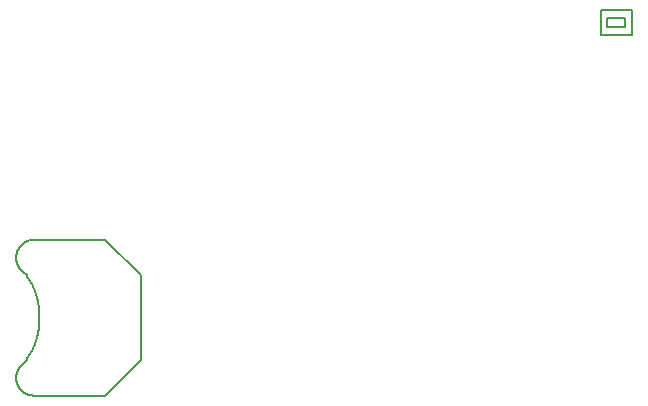
<source format=gbo>
G75*
%MOIN*%
%OFA0B0*%
%FSLAX25Y25*%
%IPPOS*%
%LPD*%
%AMOC8*
5,1,8,0,0,1.08239X$1,22.5*
%
%ADD10C,0.00500*%
D10*
X0064603Y0099075D02*
X0088203Y0099075D01*
X0100153Y0111025D01*
X0100153Y0139125D01*
X0088203Y0151075D01*
X0064603Y0151075D01*
X0064603Y0151074D02*
X0064449Y0151072D01*
X0064296Y0151066D01*
X0064143Y0151056D01*
X0063990Y0151042D01*
X0063837Y0151025D01*
X0063685Y0151003D01*
X0063533Y0150977D01*
X0063383Y0150948D01*
X0063233Y0150914D01*
X0063084Y0150877D01*
X0062936Y0150836D01*
X0062789Y0150791D01*
X0062643Y0150743D01*
X0062499Y0150690D01*
X0062356Y0150634D01*
X0062214Y0150575D01*
X0062074Y0150511D01*
X0061936Y0150444D01*
X0061799Y0150374D01*
X0061665Y0150300D01*
X0061532Y0150223D01*
X0061401Y0150142D01*
X0061273Y0150058D01*
X0061146Y0149970D01*
X0061022Y0149880D01*
X0060901Y0149786D01*
X0060781Y0149689D01*
X0060665Y0149589D01*
X0060551Y0149486D01*
X0060439Y0149380D01*
X0060331Y0149272D01*
X0060225Y0149160D01*
X0060122Y0149046D01*
X0060022Y0148930D01*
X0059925Y0148810D01*
X0059832Y0148689D01*
X0059741Y0148565D01*
X0059654Y0148438D01*
X0059569Y0148310D01*
X0059489Y0148179D01*
X0059411Y0148046D01*
X0059337Y0147912D01*
X0059267Y0147775D01*
X0059200Y0147637D01*
X0059137Y0147497D01*
X0059077Y0147355D01*
X0059021Y0147212D01*
X0058969Y0147068D01*
X0058920Y0146922D01*
X0058875Y0146775D01*
X0058834Y0146627D01*
X0058797Y0146478D01*
X0058764Y0146328D01*
X0058734Y0146177D01*
X0058709Y0146026D01*
X0058687Y0145874D01*
X0058670Y0145721D01*
X0058656Y0145568D01*
X0058646Y0145415D01*
X0058640Y0145261D01*
X0058638Y0145108D01*
X0058640Y0144954D01*
X0058646Y0144801D01*
X0058656Y0144647D01*
X0058670Y0144494D01*
X0058688Y0144342D01*
X0058709Y0144190D01*
X0058735Y0144038D01*
X0058764Y0143888D01*
X0058798Y0143738D01*
X0058835Y0143589D01*
X0058876Y0143441D01*
X0058921Y0143294D01*
X0058970Y0143148D01*
X0059022Y0143003D01*
X0059078Y0142860D01*
X0059138Y0142719D01*
X0059201Y0142579D01*
X0059268Y0142441D01*
X0059339Y0142304D01*
X0059413Y0142170D01*
X0059490Y0142037D01*
X0059571Y0141906D01*
X0059655Y0141778D01*
X0059742Y0141651D01*
X0059833Y0141527D01*
X0059927Y0141406D01*
X0060024Y0141287D01*
X0060124Y0141170D01*
X0060227Y0141056D01*
X0060332Y0140944D01*
X0060441Y0140836D01*
X0060552Y0140730D01*
X0060667Y0140627D01*
X0060783Y0140527D01*
X0060903Y0140431D01*
X0061024Y0140337D01*
X0061148Y0140246D01*
X0061275Y0140159D01*
X0061403Y0140075D01*
X0061750Y0139616D01*
X0062086Y0139148D01*
X0062410Y0138673D01*
X0062723Y0138190D01*
X0063024Y0137700D01*
X0063314Y0137202D01*
X0063591Y0136698D01*
X0063856Y0136187D01*
X0064108Y0135670D01*
X0064348Y0135146D01*
X0064576Y0134618D01*
X0064790Y0134084D01*
X0064992Y0133545D01*
X0065180Y0133001D01*
X0065356Y0132453D01*
X0065518Y0131900D01*
X0065667Y0131344D01*
X0065802Y0130785D01*
X0065924Y0130223D01*
X0066032Y0129657D01*
X0066127Y0129090D01*
X0066208Y0128520D01*
X0066275Y0127948D01*
X0066328Y0127375D01*
X0066368Y0126801D01*
X0066393Y0126226D01*
X0066405Y0125650D01*
X0066403Y0125075D01*
X0061403Y0110074D02*
X0061275Y0109990D01*
X0061148Y0109903D01*
X0061024Y0109812D01*
X0060903Y0109718D01*
X0060783Y0109622D01*
X0060667Y0109522D01*
X0060552Y0109419D01*
X0060441Y0109313D01*
X0060332Y0109205D01*
X0060227Y0109093D01*
X0060124Y0108979D01*
X0060024Y0108862D01*
X0059927Y0108743D01*
X0059833Y0108622D01*
X0059742Y0108498D01*
X0059655Y0108371D01*
X0059571Y0108243D01*
X0059490Y0108112D01*
X0059413Y0107979D01*
X0059339Y0107845D01*
X0059268Y0107708D01*
X0059201Y0107570D01*
X0059138Y0107430D01*
X0059078Y0107289D01*
X0059022Y0107146D01*
X0058970Y0107001D01*
X0058921Y0106855D01*
X0058876Y0106708D01*
X0058835Y0106560D01*
X0058798Y0106411D01*
X0058764Y0106261D01*
X0058735Y0106111D01*
X0058709Y0105959D01*
X0058688Y0105807D01*
X0058670Y0105655D01*
X0058656Y0105502D01*
X0058646Y0105348D01*
X0058640Y0105195D01*
X0058638Y0105041D01*
X0058640Y0104888D01*
X0058646Y0104734D01*
X0058656Y0104581D01*
X0058670Y0104428D01*
X0058687Y0104275D01*
X0058709Y0104123D01*
X0058734Y0103972D01*
X0058764Y0103821D01*
X0058797Y0103671D01*
X0058834Y0103522D01*
X0058875Y0103374D01*
X0058920Y0103227D01*
X0058969Y0103081D01*
X0059021Y0102937D01*
X0059077Y0102794D01*
X0059137Y0102652D01*
X0059200Y0102512D01*
X0059267Y0102374D01*
X0059337Y0102237D01*
X0059411Y0102103D01*
X0059489Y0101970D01*
X0059569Y0101839D01*
X0059654Y0101711D01*
X0059741Y0101584D01*
X0059832Y0101460D01*
X0059925Y0101339D01*
X0060022Y0101219D01*
X0060122Y0101103D01*
X0060225Y0100989D01*
X0060331Y0100877D01*
X0060439Y0100769D01*
X0060551Y0100663D01*
X0060665Y0100560D01*
X0060781Y0100460D01*
X0060901Y0100363D01*
X0061022Y0100269D01*
X0061146Y0100179D01*
X0061273Y0100091D01*
X0061401Y0100007D01*
X0061532Y0099926D01*
X0061665Y0099849D01*
X0061799Y0099775D01*
X0061936Y0099705D01*
X0062074Y0099638D01*
X0062214Y0099574D01*
X0062356Y0099515D01*
X0062499Y0099459D01*
X0062643Y0099406D01*
X0062789Y0099358D01*
X0062936Y0099313D01*
X0063084Y0099272D01*
X0063233Y0099235D01*
X0063383Y0099201D01*
X0063533Y0099172D01*
X0063685Y0099146D01*
X0063837Y0099124D01*
X0063990Y0099107D01*
X0064143Y0099093D01*
X0064296Y0099083D01*
X0064449Y0099077D01*
X0064603Y0099075D01*
X0061403Y0110075D02*
X0061750Y0110534D01*
X0062086Y0111002D01*
X0062410Y0111477D01*
X0062723Y0111960D01*
X0063024Y0112450D01*
X0063314Y0112948D01*
X0063591Y0113452D01*
X0063856Y0113963D01*
X0064108Y0114480D01*
X0064348Y0115004D01*
X0064576Y0115532D01*
X0064790Y0116066D01*
X0064992Y0116605D01*
X0065180Y0117149D01*
X0065356Y0117697D01*
X0065518Y0118250D01*
X0065667Y0118806D01*
X0065802Y0119365D01*
X0065924Y0119927D01*
X0066032Y0120493D01*
X0066127Y0121060D01*
X0066208Y0121630D01*
X0066275Y0122202D01*
X0066328Y0122775D01*
X0066368Y0123349D01*
X0066393Y0123924D01*
X0066405Y0124500D01*
X0066403Y0125075D01*
X0253588Y0219406D02*
X0263785Y0219406D01*
X0263785Y0227594D01*
X0253588Y0227594D01*
X0253588Y0219406D01*
X0255694Y0222004D02*
X0255694Y0224996D01*
X0261679Y0224996D01*
X0261679Y0222004D01*
X0255694Y0222004D01*
M02*

</source>
